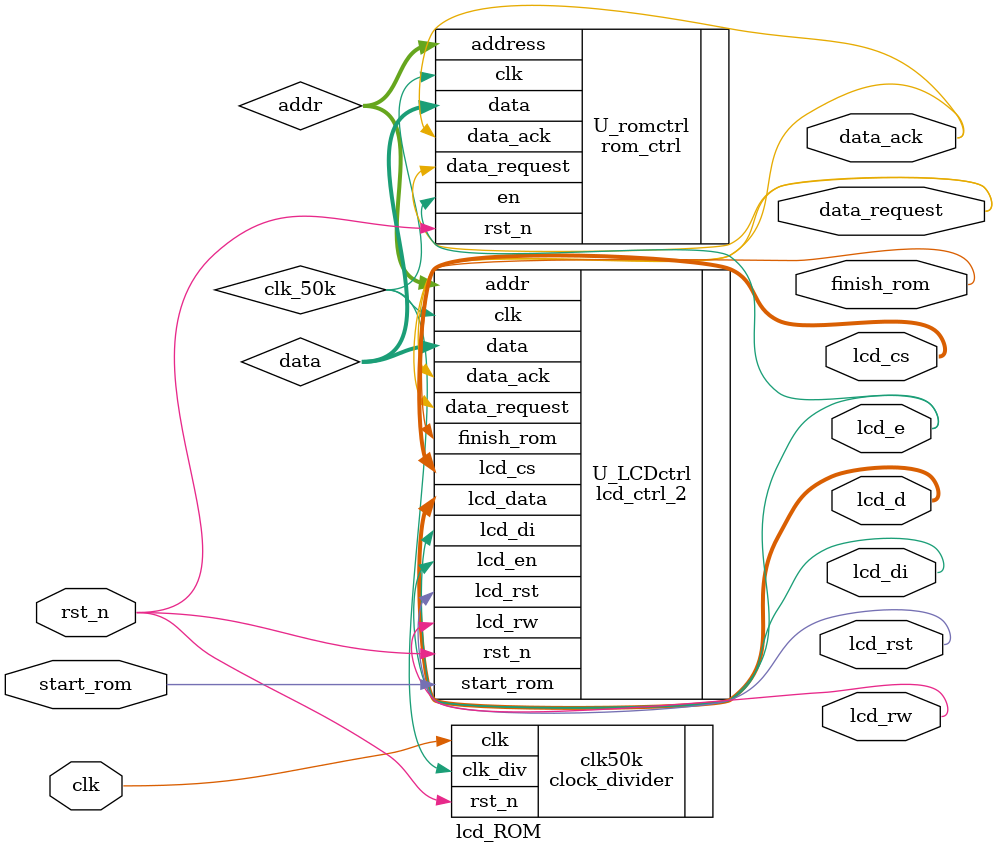
<source format=v>
`timescale 1ns / 1ps
module lcd_ROM(
  clk, // system clock
  rst_n, // active low reset
  data_request,
  data_ack,
  lcd_rst, // LCD reset
  lcd_cs, // LCD frame selection
  lcd_rw, // LCD read/write control
  lcd_di, // LCD data/instruction
  lcd_d, // LCD data
  lcd_e, // LCD enable
  start_rom,
  finish_rom
);
input start_rom;
output finish_rom;
input clk; // system clock
input rst_n; // active low reset
output lcd_rst; // LCD reset
output [1:0] lcd_cs; // LCD frame selection
output lcd_rw; // LCD read/write control
output lcd_di; // LCD data/instruction
output [7:0] lcd_d; // LCD data
output lcd_e; // LCD enable

wire clk_50k; // Divided 50k clock
//wire data_ack; //data re-arrangement buffer ready indicator
output data_ack; //data re-arrangement buffer ready indicator
wire [7:0] data; // byte data transfer from buffer
wire [6:0] addr; // Address for each picture
//wire data_request; // request for the memory data
output data_request; // request for the memory data

lcd_ctrl_2 U_LCDctrl(
  .clk(clk_50k), // LCD controller clock
  .rst_n(rst_n), // active low reset
  .data_ack(data_ack), // data re-arrangement buffer ready indicator
  .data(data), // byte data transfer from buffer
  .lcd_di(lcd_di), // LCD data/instruction 
  .lcd_rw(lcd_rw), // LCD Read/Write
  .lcd_en(lcd_e), // LCD enable
  .lcd_rst(lcd_rst), // LCD reset
  .lcd_cs(lcd_cs), // LCD frame select
  .lcd_data(lcd_d), // LCD data
  .addr(addr), // Address for each picture
  .data_request(data_request), // request for the memory data
  .start_rom(start_rom),
  .finish_rom(finish_rom)
  
);

rom_ctrl U_romctrl(
  .clk(clk_50k), // rom controller clock
  .rst_n(rst_n), // active low reset
  .en(lcd_e), // LCD enable
  .data_request(data_request), // request signal from LCD
  .address(addr), // requested address
  .data_ack(data_ack), // data ready acknowledge
  .data(data) // data to be transferred (byte)
);

clock_divider #(
    .half_cycle(400),
    .counter_width(9)
  ) clk50k (
    .rst_n(rst_n),
    .clk(clk),
    .clk_div(clk_50k)
  );

endmodule

</source>
